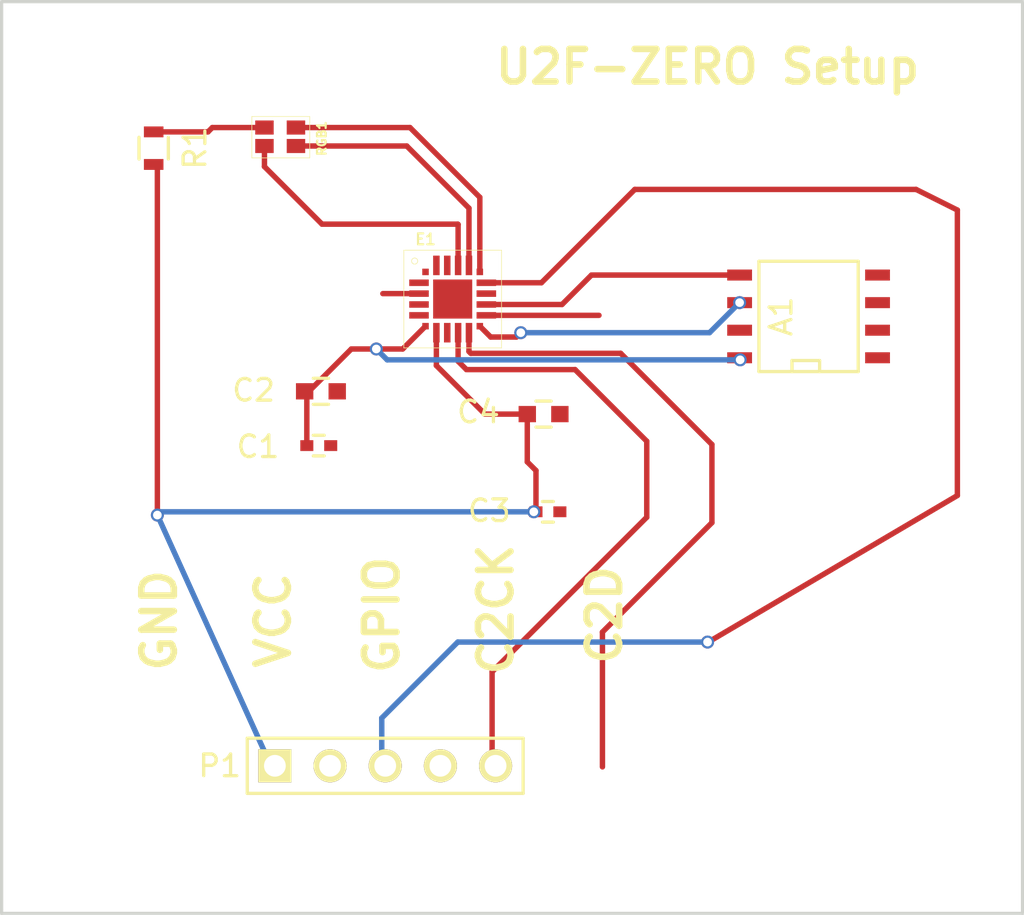
<source format=kicad_pcb>
(kicad_pcb (version 4) (host pcbnew 4.0.1-3.201512221402+6198~38~ubuntu15.04.1-stable)

  (general
    (links 23)
    (no_connects 11)
    (area 155.424999 76.424999 202.575001 118.575001)
    (thickness 1.6)
    (drawings 10)
    (tracks 80)
    (zones 0)
    (modules 9)
    (nets 25)
  )

  (page A4)
  (layers
    (0 F.Cu signal)
    (31 B.Cu signal)
    (32 B.Adhes user)
    (33 F.Adhes user)
    (34 B.Paste user)
    (35 F.Paste user)
    (36 B.SilkS user)
    (37 F.SilkS user)
    (38 B.Mask user)
    (39 F.Mask user)
    (40 Dwgs.User user)
    (41 Cmts.User user)
    (42 Eco1.User user)
    (43 Eco2.User user)
    (44 Edge.Cuts user)
    (45 Margin user)
    (46 B.CrtYd user)
    (47 F.CrtYd user)
    (48 B.Fab user)
    (49 F.Fab user)
  )

  (setup
    (last_trace_width 0.25)
    (trace_clearance 0.2)
    (zone_clearance 0.508)
    (zone_45_only no)
    (trace_min 0.2)
    (segment_width 0.2)
    (edge_width 0.15)
    (via_size 0.6)
    (via_drill 0.4)
    (via_min_size 0.4)
    (via_min_drill 0.3)
    (uvia_size 0.3)
    (uvia_drill 0.1)
    (uvias_allowed no)
    (uvia_min_size 0.2)
    (uvia_min_drill 0.1)
    (pcb_text_width 0.3)
    (pcb_text_size 1.5 1.5)
    (mod_edge_width 0.15)
    (mod_text_size 1 1)
    (mod_text_width 0.15)
    (pad_size 3.81 3.81)
    (pad_drill 1.524)
    (pad_to_mask_clearance 0.2)
    (aux_axis_origin 0 0)
    (visible_elements FFFFFF7F)
    (pcbplotparams
      (layerselection 0x010f0_80000001)
      (usegerberextensions false)
      (excludeedgelayer true)
      (linewidth 0.100000)
      (plotframeref false)
      (viasonmask false)
      (mode 1)
      (useauxorigin false)
      (hpglpennumber 1)
      (hpglpenspeed 20)
      (hpglpendiameter 15)
      (hpglpenoverlay 2)
      (psnegative false)
      (psa4output false)
      (plotreference true)
      (plotvalue true)
      (plotinvisibletext false)
      (padsonsilk false)
      (subtractmaskfromsilk false)
      (outputformat 1)
      (mirror false)
      (drillshape 0)
      (scaleselection 1)
      (outputdirectory gerbers/))
  )

  (net 0 "")
  (net 1 +3.3V)
  (net 2 "Net-(A1-Pad7)")
  (net 3 "Net-(A1-Pad6)")
  (net 4 "Net-(A1-Pad5)")
  (net 5 GND)
  (net 6 "Net-(A1-Pad3)")
  (net 7 "Net-(A1-Pad2)")
  (net 8 "Net-(A1-Pad1)")
  (net 9 PWR)
  (net 10 "Net-(E1-Pad1)")
  (net 11 "Net-(E1-Pad2)")
  (net 12 "Net-(E1-Pad4)")
  (net 13 "Net-(E1-Pad5)")
  (net 14 "Net-(E1-Pad8)")
  (net 15 C2CK)
  (net 16 C2D)
  (net 17 "Net-(E1-Pad14)")
  (net 18 GPIO1)
  (net 19 "Net-(E1-Pad16)")
  (net 20 "Net-(E1-Pad17)")
  (net 21 "Net-(E1-Pad18)")
  (net 22 "Net-(E1-Pad19)")
  (net 23 "Net-(E1-Pad20)")
  (net 24 "Net-(R1-Pad1)")

  (net_class Default "This is the default net class."
    (clearance 0.2)
    (trace_width 0.25)
    (via_dia 0.6)
    (via_drill 0.4)
    (uvia_dia 0.3)
    (uvia_drill 0.1)
    (add_net +3.3V)
    (add_net C2CK)
    (add_net C2D)
    (add_net GND)
    (add_net GPIO1)
    (add_net "Net-(A1-Pad1)")
    (add_net "Net-(A1-Pad2)")
    (add_net "Net-(A1-Pad3)")
    (add_net "Net-(A1-Pad5)")
    (add_net "Net-(A1-Pad6)")
    (add_net "Net-(A1-Pad7)")
    (add_net "Net-(E1-Pad1)")
    (add_net "Net-(E1-Pad14)")
    (add_net "Net-(E1-Pad16)")
    (add_net "Net-(E1-Pad17)")
    (add_net "Net-(E1-Pad18)")
    (add_net "Net-(E1-Pad19)")
    (add_net "Net-(E1-Pad2)")
    (add_net "Net-(E1-Pad20)")
    (add_net "Net-(E1-Pad4)")
    (add_net "Net-(E1-Pad5)")
    (add_net "Net-(E1-Pad8)")
    (add_net "Net-(R1-Pad1)")
    (add_net PWR)
  )

  (module SMD_Packages:SOIC-8-N (layer F.Cu) (tedit 0) (tstamp 568B17AB)
    (at 192.65 91 90)
    (descr "Module Narrow CMS SOJ 8 pins large")
    (tags "CMS SOJ")
    (path /568B10D2)
    (attr smd)
    (fp_text reference A1 (at 0 -1.27 90) (layer F.SilkS)
      (effects (font (size 1 1) (thickness 0.15)))
    )
    (fp_text value ATECC508A (at 0 1.27 90) (layer F.Fab)
      (effects (font (size 1 1) (thickness 0.15)))
    )
    (fp_line (start -2.54 -2.286) (end 2.54 -2.286) (layer F.SilkS) (width 0.15))
    (fp_line (start 2.54 -2.286) (end 2.54 2.286) (layer F.SilkS) (width 0.15))
    (fp_line (start 2.54 2.286) (end -2.54 2.286) (layer F.SilkS) (width 0.15))
    (fp_line (start -2.54 2.286) (end -2.54 -2.286) (layer F.SilkS) (width 0.15))
    (fp_line (start -2.54 -0.762) (end -2.032 -0.762) (layer F.SilkS) (width 0.15))
    (fp_line (start -2.032 -0.762) (end -2.032 0.508) (layer F.SilkS) (width 0.15))
    (fp_line (start -2.032 0.508) (end -2.54 0.508) (layer F.SilkS) (width 0.15))
    (pad 8 smd rect (at -1.905 -3.175 90) (size 0.508 1.143) (layers F.Cu F.Paste F.Mask)
      (net 1 +3.3V))
    (pad 7 smd rect (at -0.635 -3.175 90) (size 0.508 1.143) (layers F.Cu F.Paste F.Mask)
      (net 2 "Net-(A1-Pad7)"))
    (pad 6 smd rect (at 0.635 -3.175 90) (size 0.508 1.143) (layers F.Cu F.Paste F.Mask)
      (net 3 "Net-(A1-Pad6)"))
    (pad 5 smd rect (at 1.905 -3.175 90) (size 0.508 1.143) (layers F.Cu F.Paste F.Mask)
      (net 4 "Net-(A1-Pad5)"))
    (pad 4 smd rect (at 1.905 3.175 90) (size 0.508 1.143) (layers F.Cu F.Paste F.Mask)
      (net 5 GND))
    (pad 3 smd rect (at 0.635 3.175 90) (size 0.508 1.143) (layers F.Cu F.Paste F.Mask)
      (net 6 "Net-(A1-Pad3)"))
    (pad 2 smd rect (at -0.635 3.175 90) (size 0.508 1.143) (layers F.Cu F.Paste F.Mask)
      (net 7 "Net-(A1-Pad2)"))
    (pad 1 smd rect (at -1.905 3.175 90) (size 0.508 1.143) (layers F.Cu F.Paste F.Mask)
      (net 8 "Net-(A1-Pad1)"))
    (model SMD_Packages.3dshapes/SOIC-8-N.wrl
      (at (xyz 0 0 0))
      (scale (xyz 0.5 0.38 0.5))
      (rotate (xyz 0 0 0))
    )
  )

  (module Capacitors_SMD:C_0402 (layer F.Cu) (tedit 568B1E20) (tstamp 568B17B1)
    (at 170.1 96.95)
    (descr "Capacitor SMD 0402, reflow soldering, AVX (see smccp.pdf)")
    (tags "capacitor 0402")
    (path /568B12B0)
    (attr smd)
    (fp_text reference C1 (at -2.8 0.05) (layer F.SilkS)
      (effects (font (size 1 1) (thickness 0.15)))
    )
    (fp_text value 0.1uF (at 0 1.7) (layer F.Fab)
      (effects (font (size 1 1) (thickness 0.15)))
    )
    (fp_line (start -1.15 -0.6) (end 1.15 -0.6) (layer F.CrtYd) (width 0.05))
    (fp_line (start -1.15 0.6) (end 1.15 0.6) (layer F.CrtYd) (width 0.05))
    (fp_line (start -1.15 -0.6) (end -1.15 0.6) (layer F.CrtYd) (width 0.05))
    (fp_line (start 1.15 -0.6) (end 1.15 0.6) (layer F.CrtYd) (width 0.05))
    (fp_line (start 0.25 -0.475) (end -0.25 -0.475) (layer F.SilkS) (width 0.15))
    (fp_line (start -0.25 0.475) (end 0.25 0.475) (layer F.SilkS) (width 0.15))
    (pad 1 smd rect (at -0.55 0) (size 0.6 0.5) (layers F.Cu F.Paste F.Mask)
      (net 1 +3.3V))
    (pad 2 smd rect (at 0.55 0) (size 0.6 0.5) (layers F.Cu F.Paste F.Mask)
      (net 5 GND))
    (model Capacitors_SMD.3dshapes/C_0402.wrl
      (at (xyz 0 0 0))
      (scale (xyz 1 1 1))
      (rotate (xyz 0 0 0))
    )
  )

  (module Capacitors_SMD:C_0603 (layer F.Cu) (tedit 568B1E23) (tstamp 568B17B7)
    (at 170.2 94.45)
    (descr "Capacitor SMD 0603, reflow soldering, AVX (see smccp.pdf)")
    (tags "capacitor 0603")
    (path /568B131F)
    (attr smd)
    (fp_text reference C2 (at -3.1 -0.05) (layer F.SilkS)
      (effects (font (size 1 1) (thickness 0.15)))
    )
    (fp_text value 4.7uF (at 0 1.9) (layer F.Fab)
      (effects (font (size 1 1) (thickness 0.15)))
    )
    (fp_line (start -1.45 -0.75) (end 1.45 -0.75) (layer F.CrtYd) (width 0.05))
    (fp_line (start -1.45 0.75) (end 1.45 0.75) (layer F.CrtYd) (width 0.05))
    (fp_line (start -1.45 -0.75) (end -1.45 0.75) (layer F.CrtYd) (width 0.05))
    (fp_line (start 1.45 -0.75) (end 1.45 0.75) (layer F.CrtYd) (width 0.05))
    (fp_line (start -0.35 -0.6) (end 0.35 -0.6) (layer F.SilkS) (width 0.15))
    (fp_line (start 0.35 0.6) (end -0.35 0.6) (layer F.SilkS) (width 0.15))
    (pad 1 smd rect (at -0.75 0) (size 0.8 0.75) (layers F.Cu F.Paste F.Mask)
      (net 1 +3.3V))
    (pad 2 smd rect (at 0.75 0) (size 0.8 0.75) (layers F.Cu F.Paste F.Mask)
      (net 5 GND))
    (model Capacitors_SMD.3dshapes/C_0603.wrl
      (at (xyz 0 0 0))
      (scale (xyz 1 1 1))
      (rotate (xyz 0 0 0))
    )
  )

  (module Capacitors_SMD:C_0402 (layer F.Cu) (tedit 568B1E31) (tstamp 568B17BD)
    (at 180.65 100 180)
    (descr "Capacitor SMD 0402, reflow soldering, AVX (see smccp.pdf)")
    (tags "capacitor 0402")
    (path /568B141B)
    (attr smd)
    (fp_text reference C3 (at 2.7 0.05 180) (layer F.SilkS)
      (effects (font (size 1 1) (thickness 0.15)))
    )
    (fp_text value 0.1uF (at 0 1.7 180) (layer F.Fab)
      (effects (font (size 1 1) (thickness 0.15)))
    )
    (fp_line (start -1.15 -0.6) (end 1.15 -0.6) (layer F.CrtYd) (width 0.05))
    (fp_line (start -1.15 0.6) (end 1.15 0.6) (layer F.CrtYd) (width 0.05))
    (fp_line (start -1.15 -0.6) (end -1.15 0.6) (layer F.CrtYd) (width 0.05))
    (fp_line (start 1.15 -0.6) (end 1.15 0.6) (layer F.CrtYd) (width 0.05))
    (fp_line (start 0.25 -0.475) (end -0.25 -0.475) (layer F.SilkS) (width 0.15))
    (fp_line (start -0.25 0.475) (end 0.25 0.475) (layer F.SilkS) (width 0.15))
    (pad 1 smd rect (at -0.55 0 180) (size 0.6 0.5) (layers F.Cu F.Paste F.Mask)
      (net 5 GND))
    (pad 2 smd rect (at 0.55 0 180) (size 0.6 0.5) (layers F.Cu F.Paste F.Mask)
      (net 9 PWR))
    (model Capacitors_SMD.3dshapes/C_0402.wrl
      (at (xyz 0 0 0))
      (scale (xyz 1 1 1))
      (rotate (xyz 0 0 0))
    )
  )

  (module Capacitors_SMD:C_0603 (layer F.Cu) (tedit 568B1E2E) (tstamp 568B17C3)
    (at 180.45 95.5 180)
    (descr "Capacitor SMD 0603, reflow soldering, AVX (see smccp.pdf)")
    (tags "capacitor 0603")
    (path /568B1462)
    (attr smd)
    (fp_text reference C4 (at 3 0.1 180) (layer F.SilkS)
      (effects (font (size 1 1) (thickness 0.15)))
    )
    (fp_text value 4.7uF (at 0 1.9 180) (layer F.Fab)
      (effects (font (size 1 1) (thickness 0.15)))
    )
    (fp_line (start -1.45 -0.75) (end 1.45 -0.75) (layer F.CrtYd) (width 0.05))
    (fp_line (start -1.45 0.75) (end 1.45 0.75) (layer F.CrtYd) (width 0.05))
    (fp_line (start -1.45 -0.75) (end -1.45 0.75) (layer F.CrtYd) (width 0.05))
    (fp_line (start 1.45 -0.75) (end 1.45 0.75) (layer F.CrtYd) (width 0.05))
    (fp_line (start -0.35 -0.6) (end 0.35 -0.6) (layer F.SilkS) (width 0.15))
    (fp_line (start 0.35 0.6) (end -0.35 0.6) (layer F.SilkS) (width 0.15))
    (pad 1 smd rect (at -0.75 0 180) (size 0.8 0.75) (layers F.Cu F.Paste F.Mask)
      (net 5 GND))
    (pad 2 smd rect (at 0.75 0 180) (size 0.8 0.75) (layers F.Cu F.Paste F.Mask)
      (net 9 PWR))
    (model Capacitors_SMD.3dshapes/C_0603.wrl
      (at (xyz 0 0 0))
      (scale (xyz 1 1 1))
      (rotate (xyz 0 0 0))
    )
  )

  (module footprints:EFM8UB1 (layer F.Cu) (tedit 5686C774) (tstamp 568B17E1)
    (at 175.015001 88.95)
    (descr 13)
    (path /568B0ED8)
    (fp_text reference E1 (at 0 -1.5) (layer F.SilkS)
      (effects (font (size 0.5 0.5) (thickness 0.1)))
    )
    (fp_text value EFM8UB1 (at 3 -1.5) (layer F.Fab) hide
      (effects (font (size 0.5 0.5) (thickness 0.1)))
    )
    (fp_circle (center -0.5 -0.5) (end -0.4 -0.6) (layer F.SilkS) (width 0.03))
    (fp_line (start -1 -1) (end 3.5 -1) (layer F.SilkS) (width 0.03))
    (fp_line (start 3.5 -1) (end 3.5 3.5) (layer F.SilkS) (width 0.03))
    (fp_line (start 3.5 3.5) (end -1 3.5) (layer F.SilkS) (width 0.03))
    (fp_line (start -1 3.5) (end -1 -1) (layer F.SilkS) (width 0.03))
    (pad 6 smd rect (at 0 2.5) (size 0.3 0.3) (layers F.Cu F.Paste F.Mask)
      (net 1 +3.3V))
    (pad 1 smd rect (at 0 0) (size 0.3 0.3) (layers F.Cu F.Paste F.Mask)
      (net 10 "Net-(E1-Pad1)"))
    (pad 2 smd rect (at 0 0.5 90) (size 0.3 0.9) (drill (offset 0 -0.3)) (layers F.Cu F.Paste F.Mask)
      (net 11 "Net-(E1-Pad2)"))
    (pad 3 smd rect (at 0 1 90) (size 0.3 0.9) (drill (offset 0 -0.3)) (layers F.Cu F.Paste F.Mask)
      (net 5 GND))
    (pad 4 smd rect (at 0 1.5 90) (size 0.3 0.9) (drill (offset 0 -0.3)) (layers F.Cu F.Paste F.Mask)
      (net 12 "Net-(E1-Pad4)"))
    (pad 5 smd rect (at 0 2 90) (size 0.3 0.9) (drill (offset 0 -0.3)) (layers F.Cu F.Paste F.Mask)
      (net 13 "Net-(E1-Pad5)"))
    (pad 7 smd rect (at 0.5 2.5) (size 0.3 0.9) (drill (offset 0 0.3)) (layers F.Cu F.Paste F.Mask)
      (net 9 PWR))
    (pad 8 smd rect (at 1 2.5) (size 0.3 0.9) (drill (offset 0 0.3)) (layers F.Cu F.Paste F.Mask)
      (net 14 "Net-(E1-Pad8)"))
    (pad 9 smd rect (at 1.5 2.5) (size 0.3 0.9) (drill (offset 0 0.3)) (layers F.Cu F.Paste F.Mask)
      (net 15 C2CK))
    (pad 10 smd rect (at 2 2.5) (size 0.3 0.9) (drill (offset 0 0.3)) (layers F.Cu F.Paste F.Mask)
      (net 16 C2D))
    (pad 11 smd rect (at 2.5 2.5) (size 0.3 0.3) (layers F.Cu F.Paste F.Mask)
      (net 3 "Net-(A1-Pad6)"))
    (pad 12 smd rect (at 2.5 2 90) (size 0.3 0.9) (drill (offset 0 0.3)) (layers F.Cu F.Paste F.Mask)
      (net 5 GND))
    (pad 13 smd rect (at 2.5 1.5 90) (size 0.3 0.9) (drill (offset 0 0.3)) (layers F.Cu F.Paste F.Mask)
      (net 4 "Net-(A1-Pad5)"))
    (pad 14 smd rect (at 2.5 1 90) (size 0.3 0.9) (drill (offset 0 0.3)) (layers F.Cu F.Paste F.Mask)
      (net 17 "Net-(E1-Pad14)"))
    (pad 15 smd rect (at 2.5 0.5 90) (size 0.3 0.9) (drill (offset 0 0.3)) (layers F.Cu F.Paste F.Mask)
      (net 18 GPIO1))
    (pad 16 smd rect (at 2.5 0 90) (size 0.3 0.3) (layers F.Cu F.Paste F.Mask)
      (net 19 "Net-(E1-Pad16)"))
    (pad 17 smd rect (at 2 0 180) (size 0.3 0.9) (drill (offset 0 0.3)) (layers F.Cu F.Paste F.Mask)
      (net 20 "Net-(E1-Pad17)"))
    (pad 18 smd rect (at 1.5 0 180) (size 0.3 0.9) (drill (offset 0 0.3)) (layers F.Cu F.Paste F.Mask)
      (net 21 "Net-(E1-Pad18)"))
    (pad 19 smd rect (at 1 0 180) (size 0.3 0.9) (drill (offset 0 0.3)) (layers F.Cu F.Paste F.Mask)
      (net 22 "Net-(E1-Pad19)"))
    (pad 20 smd rect (at 0.5 0 180) (size 0.3 0.9) (drill (offset 0 0.3)) (layers F.Cu F.Paste F.Mask)
      (net 23 "Net-(E1-Pad20)"))
    (pad 21 smd rect (at 1.25 1.25 180) (size 1.8 1.8) (layers F.Cu F.Paste F.Mask))
  )

  (module Resistors_SMD:R_0603 (layer F.Cu) (tedit 5415CC62) (tstamp 568B17F5)
    (at 162.5 83.25 270)
    (descr "Resistor SMD 0603, reflow soldering, Vishay (see dcrcw.pdf)")
    (tags "resistor 0603")
    (path /568B17C3)
    (attr smd)
    (fp_text reference R1 (at 0 -1.9 270) (layer F.SilkS)
      (effects (font (size 1 1) (thickness 0.15)))
    )
    (fp_text value 100 (at 0 1.9 270) (layer F.Fab)
      (effects (font (size 1 1) (thickness 0.15)))
    )
    (fp_line (start -1.3 -0.8) (end 1.3 -0.8) (layer F.CrtYd) (width 0.05))
    (fp_line (start -1.3 0.8) (end 1.3 0.8) (layer F.CrtYd) (width 0.05))
    (fp_line (start -1.3 -0.8) (end -1.3 0.8) (layer F.CrtYd) (width 0.05))
    (fp_line (start 1.3 -0.8) (end 1.3 0.8) (layer F.CrtYd) (width 0.05))
    (fp_line (start 0.5 0.675) (end -0.5 0.675) (layer F.SilkS) (width 0.15))
    (fp_line (start -0.5 -0.675) (end 0.5 -0.675) (layer F.SilkS) (width 0.15))
    (pad 1 smd rect (at -0.75 0 270) (size 0.5 0.9) (layers F.Cu F.Paste F.Mask)
      (net 24 "Net-(R1-Pad1)"))
    (pad 2 smd rect (at 0.75 0 270) (size 0.5 0.9) (layers F.Cu F.Paste F.Mask)
      (net 9 PWR))
    (model Resistors_SMD.3dshapes/R_0603.wrl
      (at (xyz 0 0 0))
      (scale (xyz 1 1 1))
      (rotate (xyz 0 0 0))
    )
  )

  (module footprints:LED-0606 (layer F.Cu) (tedit 5686CF1E) (tstamp 568B1801)
    (at 169.05 82.3 270)
    (path /568B1744)
    (fp_text reference RGB1 (at 0.50546 -1.18872 270) (layer F.SilkS)
      (effects (font (size 0.4 0.4) (thickness 0.1)))
    )
    (fp_text value CA_RGB (at 0.4445 2.42824 270) (layer F.Fab) hide
      (effects (font (size 0.4 0.4) (thickness 0.1)))
    )
    (fp_line (start -0.508 -0.635) (end 1.397 -0.635) (layer F.SilkS) (width 0.03))
    (fp_line (start 1.397 -0.635) (end 1.397 2.032) (layer F.SilkS) (width 0.03))
    (fp_line (start 1.397 2.032) (end -0.508 2.032) (layer F.SilkS) (width 0.03))
    (fp_line (start -0.508 2.032) (end -0.508 -0.635) (layer F.SilkS) (width 0.03))
    (pad 1 smd rect (at 0 0 270) (size 0.65 0.85) (layers F.Cu F.Paste F.Mask)
      (net 19 "Net-(E1-Pad16)"))
    (pad 2 smd rect (at 0.85 0 270) (size 0.65 0.85) (layers F.Cu F.Paste F.Mask)
      (net 20 "Net-(E1-Pad17)"))
    (pad 3 smd rect (at 0.85 1.45 270) (size 0.65 0.85) (layers F.Cu F.Paste F.Mask)
      (net 21 "Net-(E1-Pad18)"))
    (pad 4 smd rect (at 0 1.45 270) (size 0.65 0.85) (layers F.Cu F.Paste F.Mask)
      (net 24 "Net-(R1-Pad1)"))
  )

  (module footprints:header5pin (layer F.Cu) (tedit 568B2542) (tstamp 568B2690)
    (at 175.7 111.7)
    (path /568B1E1F)
    (fp_text reference P1 (at -10.16 0) (layer F.SilkS)
      (effects (font (size 1 1) (thickness 0.15)))
    )
    (fp_text value CONN_01X05 (at -5.08 -2.54) (layer F.Fab)
      (effects (font (size 1 1) (thickness 0.15)))
    )
    (fp_line (start -8.89 -1.27) (end 3.81 -1.27) (layer F.SilkS) (width 0.15))
    (fp_line (start 3.81 -1.27) (end 3.81 1.27) (layer F.SilkS) (width 0.15))
    (fp_line (start 3.81 1.27) (end -8.89 1.27) (layer F.SilkS) (width 0.15))
    (fp_line (start -8.89 1.27) (end -8.89 -1.27) (layer F.SilkS) (width 0.15))
    (pad 1 thru_hole rect (at -7.62 0) (size 1.524 1.524) (drill 1) (layers *.Cu *.Mask F.SilkS)
      (net 5 GND))
    (pad 2 thru_hole circle (at -5.08 0) (size 1.524 1.524) (drill 1) (layers *.Cu *.Mask F.SilkS)
      (net 9 PWR))
    (pad 3 thru_hole circle (at -2.54 0) (size 1.524 1.524) (drill 1) (layers *.Cu *.Mask F.SilkS)
      (net 18 GPIO1))
    (pad 4 thru_hole circle (at 0 0) (size 1.524 1.524) (drill 1) (layers *.Cu *.Mask F.SilkS)
      (net 15 C2CK))
    (pad 5 thru_hole circle (at 2.54 0) (size 1.524 1.524) (drill 1) (layers *.Cu *.Mask F.SilkS)
      (net 16 C2D))
  )

  (gr_line (start 155.5 118.5) (end 155.5 76.5) (angle 90) (layer Edge.Cuts) (width 0.15))
  (gr_line (start 202.5 118.5) (end 155.5 118.5) (angle 90) (layer Edge.Cuts) (width 0.15))
  (gr_line (start 202.5 76.5) (end 202.5 118.5) (angle 90) (layer Edge.Cuts) (width 0.15))
  (gr_line (start 155.5 76.5) (end 202.5 76.5) (angle 90) (layer Edge.Cuts) (width 0.15))
  (gr_text "U2F-ZERO Setup" (at 188 79.5) (layer F.SilkS)
    (effects (font (size 1.5 1.5) (thickness 0.3)))
  )
  (gr_text GND (at 162.75 105 90) (layer F.SilkS)
    (effects (font (size 1.5 1.5) (thickness 0.3)))
  )
  (gr_text C2D (at 183.25 104.75 90) (layer F.SilkS)
    (effects (font (size 1.5 1.5) (thickness 0.3)))
  )
  (gr_text C2CK (at 178.25 104.5 90) (layer F.SilkS)
    (effects (font (size 1.5 1.5) (thickness 0.3)))
  )
  (gr_text GPIO (at 173 104.75 90) (layer F.SilkS)
    (effects (font (size 1.5 1.5) (thickness 0.3)))
  )
  (gr_text VCC (at 168 105 90) (layer F.SilkS)
    (effects (font (size 1.5 1.5) (thickness 0.3)))
  )

  (segment (start 189.475 92.975) (end 189.475 92.905) (width 0.25) (layer F.Cu) (net 1) (tstamp 568B1B05))
  (segment (start 189.475 92.975) (end 189.5 93) (width 0.25) (layer F.Cu) (net 1) (tstamp 568B1B04))
  (via (at 189.5 93) (size 0.6) (drill 0.4) (layers F.Cu B.Cu) (net 1))
  (segment (start 173.25 93) (end 189.5 93) (width 0.25) (layer B.Cu) (net 1) (tstamp 568B1AF7))
  (segment (start 173.25 93) (end 172.75 92.5) (width 0.25) (layer B.Cu) (net 1) (tstamp 568B1AF6))
  (via (at 172.75 92.5) (size 0.6) (drill 0.4) (layers F.Cu B.Cu) (net 1))
  (segment (start 172.75 92.5) (end 173.965001 92.5) (width 0.25) (layer F.Cu) (net 1) (tstamp 568B1AF3))
  (segment (start 169.55 96.95) (end 169.55 94.55) (width 0.25) (layer F.Cu) (net 1))
  (segment (start 169.55 94.55) (end 171.6 92.5) (width 0.25) (layer F.Cu) (net 1) (tstamp 568B1A6F))
  (segment (start 171.6 92.5) (end 172.75 92.5) (width 0.25) (layer F.Cu) (net 1) (tstamp 568B1A70))
  (segment (start 173.965001 92.5) (end 175.015001 91.45) (width 0.25) (layer F.Cu) (net 1) (tstamp 568B1A72))
  (via (at 189.475 90.365) (size 0.6) (drill 0.4) (layers F.Cu B.Cu) (net 3))
  (segment (start 177.515001 91.45) (end 178.015001 91.95) (width 0.25) (layer F.Cu) (net 3) (tstamp 568B1D62))
  (segment (start 179.2 91.95) (end 178.015001 91.95) (width 0.25) (layer F.Cu) (net 3) (tstamp 568B1D60))
  (segment (start 179.4 91.75) (end 179.2 91.95) (width 0.25) (layer F.Cu) (net 3) (tstamp 568B1D5F))
  (via (at 179.4 91.75) (size 0.6) (drill 0.4) (layers F.Cu B.Cu) (net 3))
  (segment (start 188.09 91.75) (end 179.4 91.75) (width 0.25) (layer B.Cu) (net 3) (tstamp 568B1D55))
  (segment (start 188.09 91.75) (end 189.475 90.365) (width 0.25) (layer B.Cu) (net 3) (tstamp 568B1D54))
  (segment (start 189.475 89.095) (end 182.655 89.095) (width 0.25) (layer F.Cu) (net 4))
  (segment (start 181.3 90.45) (end 177.515001 90.45) (width 0.25) (layer F.Cu) (net 4) (tstamp 568B1ACD))
  (segment (start 182.655 89.095) (end 181.3 90.45) (width 0.25) (layer F.Cu) (net 4) (tstamp 568B1AC5))
  (segment (start 175.015001 89.95) (end 173.05 89.95) (width 0.25) (layer F.Cu) (net 5))
  (segment (start 177.515001 90.95) (end 183 90.95) (width 0.25) (layer F.Cu) (net 5))
  (segment (start 167.92 111.75) (end 162.67 100.15) (width 0.25) (layer B.Cu) (net 5) (status 10))
  (segment (start 162.82 100) (end 162.67 100.15) (width 0.25) (layer B.Cu) (net 5) (tstamp 568B1CBB))
  (via (at 162.67 100.15) (size 0.6) (drill 0.4) (layers F.Cu B.Cu) (net 5))
  (segment (start 180.1 100) (end 180 100) (width 0.25) (layer F.Cu) (net 9) (tstamp 568B1CBF))
  (via (at 180 100) (size 0.6) (drill 0.4) (layers F.Cu B.Cu) (net 9))
  (segment (start 162.82 100) (end 180 100) (width 0.25) (layer B.Cu) (net 9) (tstamp 568B1CBC))
  (segment (start 162.67 100.15) (end 162.67 84.17) (width 0.25) (layer F.Cu) (net 9) (tstamp 568B1CB8))
  (segment (start 162.67 84.17) (end 162.5 84) (width 0.25) (layer F.Cu) (net 9) (tstamp 568B1A96))
  (segment (start 179.7 95.5) (end 177.75 95.5) (width 0.25) (layer F.Cu) (net 9))
  (segment (start 175.515001 93.265001) (end 175.515001 91.45) (width 0.25) (layer F.Cu) (net 9) (tstamp 568B1A84))
  (segment (start 177.75 95.5) (end 175.515001 93.265001) (width 0.25) (layer F.Cu) (net 9) (tstamp 568B1A82))
  (segment (start 180.1 100) (end 180.1 98.1) (width 0.25) (layer F.Cu) (net 9))
  (segment (start 179.7 97.7) (end 179.7 95.5) (width 0.25) (layer F.Cu) (net 9) (tstamp 568B1A7F))
  (segment (start 180.1 98.1) (end 179.7 97.7) (width 0.25) (layer F.Cu) (net 9) (tstamp 568B1A7E))
  (segment (start 176.515001 93.065001) (end 176.515001 91.45) (width 0.25) (layer F.Cu) (net 15) (tstamp 568B1C8D))
  (segment (start 178.08 111.75) (end 178.08 107.37) (width 0.25) (layer F.Cu) (net 16) (status 10))
  (segment (start 185.2 100.25) (end 185.2 96.75) (width 0.25) (layer F.Cu) (net 16) (tstamp 568B1C84))
  (segment (start 185.2 96.75) (end 181.9 93.45) (width 0.25) (layer F.Cu) (net 16) (tstamp 568B1C86))
  (segment (start 181.9 93.45) (end 176.9 93.45) (width 0.25) (layer F.Cu) (net 16) (tstamp 568B1C88))
  (segment (start 176.9 93.45) (end 176.515001 93.065001) (width 0.25) (layer F.Cu) (net 16) (tstamp 568B1C8C))
  (segment (start 178.08 107.37) (end 185.2 100.25) (width 0.25) (layer F.Cu) (net 16) (tstamp 568B2007))
  (segment (start 183.16 111.75) (end 183.16 105.54) (width 0.25) (layer F.Cu) (net 16) (status 10))
  (segment (start 188.2 100.5) (end 188.2 96.9) (width 0.25) (layer F.Cu) (net 16) (tstamp 568B1C4E))
  (segment (start 188.2 96.9) (end 184 92.7) (width 0.25) (layer F.Cu) (net 16) (tstamp 568B1C50))
  (segment (start 184 92.7) (end 177.1 92.7) (width 0.25) (layer F.Cu) (net 16) (tstamp 568B1C52))
  (segment (start 177.1 92.7) (end 177.015001 92.615001) (width 0.25) (layer F.Cu) (net 16) (tstamp 568B1C58))
  (segment (start 177.015001 92.615001) (end 177.015001 91.45) (width 0.25) (layer F.Cu) (net 16) (tstamp 568B1C5B))
  (segment (start 183.16 105.54) (end 188.2 100.5) (width 0.25) (layer F.Cu) (net 16) (tstamp 568B2024))
  (segment (start 173 111.75) (end 173 109.5) (width 0.25) (layer B.Cu) (net 18))
  (via (at 188 106) (size 0.6) (drill 0.4) (layers F.Cu B.Cu) (net 18))
  (segment (start 188 106) (end 188.001578 106.001578) (width 0.25) (layer F.Cu) (net 18) (tstamp 568B1BFE))
  (segment (start 188.001578 106.001578) (end 188.001578 106.001684) (width 0.25) (layer F.Cu) (net 18) (tstamp 568B1BFF))
  (segment (start 188.001578 106.001684) (end 187.953262 106.05) (width 0.25) (layer F.Cu) (net 18) (tstamp 568B1C00))
  (segment (start 187.953262 106.05) (end 187.95 106.05) (width 0.25) (layer F.Cu) (net 18) (tstamp 568B1C01))
  (segment (start 180.35 89.45) (end 177.515001 89.45) (width 0.25) (layer F.Cu) (net 18))
  (segment (start 199.5 99.25) (end 187.95 106.05) (width 0.25) (layer F.Cu) (net 18) (tstamp 568B1BBB))
  (segment (start 199.5 86.1) (end 199.5 99.25) (width 0.25) (layer F.Cu) (net 18) (tstamp 568B1BB8))
  (segment (start 197.6 85.15) (end 199.5 86.1) (width 0.25) (layer F.Cu) (net 18) (tstamp 568B1BB6))
  (segment (start 184.65 85.15) (end 197.6 85.15) (width 0.25) (layer F.Cu) (net 18) (tstamp 568B1BB4))
  (segment (start 180.35 89.45) (end 184.65 85.15) (width 0.25) (layer F.Cu) (net 18) (tstamp 568B1BAB))
  (segment (start 176.5 106) (end 188 106) (width 0.25) (layer B.Cu) (net 18) (tstamp 568B20A0))
  (segment (start 173 109.5) (end 176.5 106) (width 0.25) (layer B.Cu) (net 18) (tstamp 568B209C))
  (via (at 173 111.75) (size 0.6) (drill 0.4) (layers F.Cu B.Cu) (net 18) (status 30))
  (segment (start 169.05 82.3) (end 174.3 82.3) (width 0.25) (layer F.Cu) (net 19))
  (segment (start 177.515001 85.515001) (end 177.515001 88.95) (width 0.25) (layer F.Cu) (net 19) (tstamp 568B1AB4))
  (segment (start 174.3 82.3) (end 177.515001 85.515001) (width 0.25) (layer F.Cu) (net 19) (tstamp 568B1AB2))
  (segment (start 169.05 83.15) (end 174.15 83.15) (width 0.25) (layer F.Cu) (net 20))
  (segment (start 177.015001 86.015001) (end 177.015001 88.95) (width 0.25) (layer F.Cu) (net 20) (tstamp 568B1AAE))
  (segment (start 174.15 83.15) (end 177.015001 86.015001) (width 0.25) (layer F.Cu) (net 20) (tstamp 568B1AAA))
  (segment (start 167.6 83.15) (end 167.6 84.1) (width 0.25) (layer F.Cu) (net 21))
  (segment (start 176.515001 86.765001) (end 176.515001 88.95) (width 0.25) (layer F.Cu) (net 21) (tstamp 568B1AA6))
  (segment (start 176.5 86.75) (end 176.515001 86.765001) (width 0.25) (layer F.Cu) (net 21) (tstamp 568B1AA4))
  (segment (start 170.25 86.75) (end 176.5 86.75) (width 0.25) (layer F.Cu) (net 21) (tstamp 568B1AA0))
  (segment (start 167.6 84.1) (end 170.25 86.75) (width 0.25) (layer F.Cu) (net 21) (tstamp 568B1A9E))
  (segment (start 162.5 82.5) (end 165 82.5) (width 0.25) (layer F.Cu) (net 24))
  (segment (start 165.2 82.3) (end 167.6 82.3) (width 0.25) (layer F.Cu) (net 24) (tstamp 568B1A9A))
  (segment (start 165 82.5) (end 165.2 82.3) (width 0.25) (layer F.Cu) (net 24) (tstamp 568B1A99))

  (zone (net 5) (net_name GND) (layer F.Cu) (tstamp 568B2153) (hatch edge 0.508)
    (connect_pads (clearance 0.508))
    (min_thickness 0.254)
    (fill (arc_segments 16) (thermal_gap 0.508) (thermal_bridge_width 0.508))
    (polygon
      (pts
        (xy 202 118) (xy 156 118) (xy 156 77) (xy 202 77) (xy 202 118)
      )
    )
  )
)

</source>
